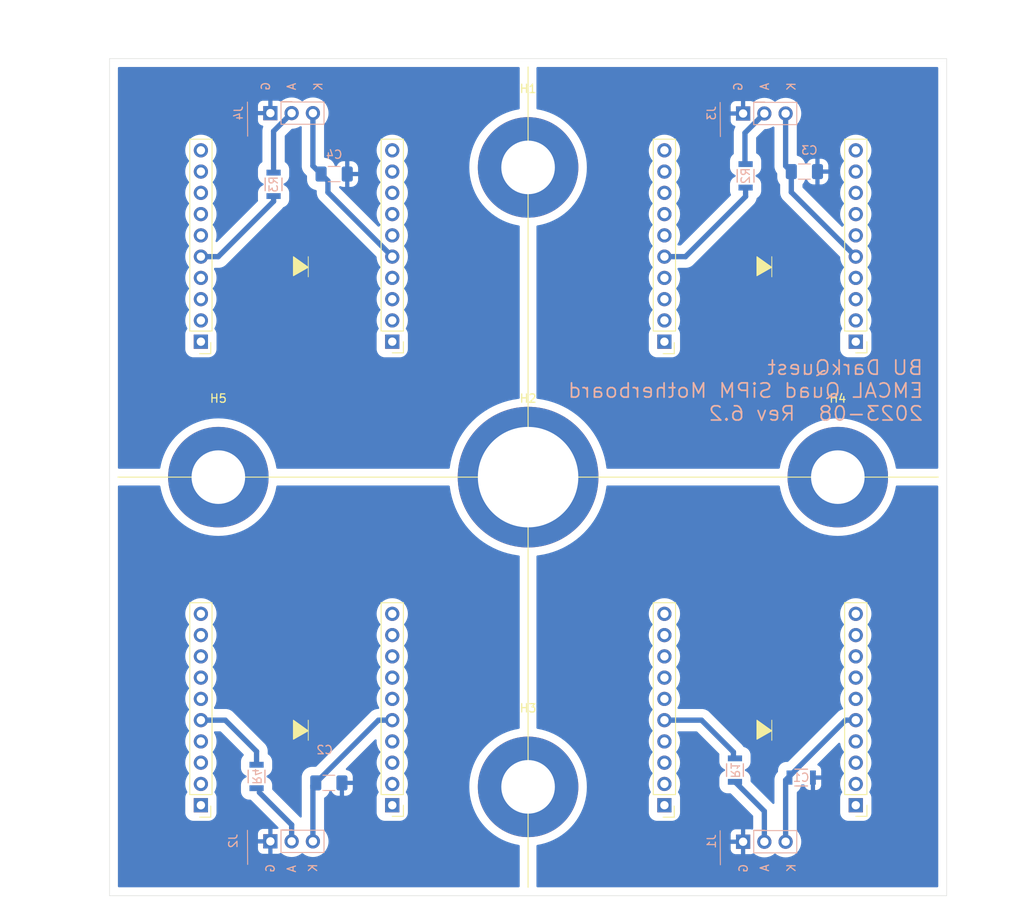
<source format=kicad_pcb>
(kicad_pcb (version 20221018) (generator pcbnew)
  (title_block (title "DarkQuest SiPM Motherboard") (rev "6.2") (comment 1 "Note: Rev 6.2 takes chip carrier and has resistor in series with anode"))
  (layers (0 "F.Cu" signal) (31 "B.Cu" signal) (34 "B.Paste" user) (35 "F.Paste" user) (36 "B.SilkS" user "B.Silkscreen") (37 "F.SilkS" user "F.Silkscreen") (38 "B.Mask" user) (39 "F.Mask" user) (44 "Edge.Cuts" user))
  (net 0 "")
  (net 1 "Net-(J1-Pin_1)")
  (net 2 "Net-(J2-Pin_1)")
  (net 3 "Net-(J3-Pin_1)")
  (net 4 "Net-(J4-Pin_1)")
  (net 5 "Net-(J2-Pin_2)")
  (net 6 "Net-(J3-Pin_2)")
  (net 7 "Net-(J4-Pin_2)")
  (net 8 "Net-(J1-Pin_2)")
  (net 9 "Net-(J1-Pin_3)")
  (net 10 "Net-(J2-Pin_3)")
  (net 47 "Net-(J3-Pin_3)")
  (net 48 "Net-(J4-Pin_3)")
  (net 53 "Net-(J5-Pin_5-Pad15)")
  (net 63 "Net-(J6-Pin_5-Pad15)")
  (net 73 "Net-(J7-Pin_5-Pad15)")
  (net 83 "Net-(J8-Pin_5-Pad15)")
  (footprint "quad_sipm:MountingHole_8.4mm_M8_Pad" (layer "F.Cu") (at 100 100)
    (fp_text reference "H2" (at 0 -9.4) (layer "F.SilkS"))
    (fp_text value "MountingHole")
    (pad "1" thru_hole circle (at 0 0) (size 16.8 16.8) (drill 12) (layers "*.Cu" "*.Mask"))
  )
  (footprint "quad_sipm:MountingHole_6.4_pad" (layer "F.Cu") (at 100 137)
    (fp_text reference "H3" (at 0 -9.4) (layer "F.SilkS"))
    (fp_text value "MountingHole")
    (pad "1" thru_hole circle (at 0 0) (size 12 12) (drill 6.4) (layers "*.Cu" "*.Mask"))
  )
  (footprint "quad_sipm:MountingHole_6.4_pad" (layer "F.Cu") (at 137 100)
    (fp_text reference "H4" (at 0 -9.4) (layer "F.SilkS"))
    (fp_text value "MountingHole")
    (pad "1" thru_hole circle (at 0 0) (size 12 12) (drill 6.4) (layers "*.Cu" "*.Mask"))
  )
  (footprint "quad_sipm:MountingHole_6.4_pad" (layer "F.Cu") (at 63 100)
    (fp_text reference "H5" (at 0 -9.4) (layer "F.SilkS"))
    (fp_text value "MountingHole")
    (pad "1" thru_hole circle (at 0 0) (size 12 12) (drill 6.4) (layers "*.Cu" "*.Mask"))
  )
  (footprint "quad_sipm:MountingHole_6.4_pad" (layer "F.Cu") (at 100 63)
    (fp_text reference "H1" (at 0 -9.4) (layer "F.SilkS"))
    (fp_text value "MountingHole")
    (pad "1" thru_hole circle (at 0 0) (size 12 12) (drill 6.4) (layers "*.Cu" "*.Mask"))
  )
  (footprint "Connector_PinHeader_2.54mm:chip_carrier_pin_header" (layer "F.Cu") (at 127.762 72.39 180)
    (fp_text reference "J7" hide)
    (fp_text value "SiPM chip pin header")
    (fp_line (start -12.714 -12.76) (end -11.384 -12.76) (stroke (width 0.12)) (layer "F.SilkS"))
    (fp_line (start -12.714 -11.43) (end -12.714 -12.76) (stroke (width 0.12)) (layer "F.SilkS"))
    (fp_line (start -12.714 -10.16) (end -12.714 12.76) (stroke (width 0.12)) (layer "F.SilkS"))
    (fp_line (start -12.714 -10.16) (end -10.054 -10.16) (stroke (width 0.12)) (layer "F.SilkS"))
    (fp_line (start -12.714 12.76) (end -10.054 12.76) (stroke (width 0.12)) (layer "F.SilkS"))
    (fp_line (start -10.054 -10.16) (end -10.054 12.76) (stroke (width 0.12)) (layer "F.SilkS"))
    (fp_line (start -1.351 -3.683) (end -1.351 -1.27) (stroke (width 0.1)) (layer "F.SilkS"))
    (fp_line (start 10.146 -10.16) (end 10.146 12.76) (stroke (width 0.12)) (layer "F.SilkS"))
    (fp_line (start 10.146 -10.16) (end 12.806 -10.16) (stroke (width 0.12)) (layer "F.SilkS"))
    (fp_line (start 10.146 12.76) (end 12.806 12.76) (stroke (width 0.12)) (layer "F.SilkS"))
    (fp_line (start 10.2984 -12.8616) (end 11.6284 -12.8616) (stroke (width 0.12)) (layer "F.SilkS"))
    (fp_line (start 10.2984 -11.5316) (end 10.2984 -12.8616) (stroke (width 0.12)) (layer "F.SilkS"))
    (fp_line (start 12.806 -10.16) (end 12.806 12.76) (stroke (width 0.12)) (layer "F.SilkS"))
    (fp_poly (pts (xy 0.427 -3.556) (xy -1.351 -2.54) (xy 0.427 -1.27) (xy 0.427 -3.556)) (stroke (width 0.1)) (fill solid) (layer "F.SilkS"))
    (pad "1" thru_hole rect (at -11.384 -11.43 180) (size 1.7 1.7) (drill 1) (layers "*.Cu" "*.Mask"))
    (pad "2" thru_hole oval (at -11.384 -8.89 180) (size 1.7 1.7) (drill 1) (layers "*.Cu" "*.Mask"))
    (pad "3" thru_hole oval (at -11.384 -6.35 180) (size 1.7 1.7) (drill 1) (layers "*.Cu" "*.Mask"))
    (pad "4" thru_hole oval (at -11.384 -3.81 180) (size 1.7 1.7) (drill 1) (layers "*.Cu" "*.Mask"))
    (pad "5" thru_hole oval (at -11.384 -1.27 180) (size 1.7 1.7) (drill 1) (layers "*.Cu" "*.Mask") (net 47 "Net-(J3-Pin_3)"))
    (pad "6" thru_hole oval (at -11.384 1.27 180) (size 1.7 1.7) (drill 1) (layers "*.Cu" "*.Mask"))
    (pad "7" thru_hole oval (at -11.384 3.81 180) (size 1.7 1.7) (drill 1) (layers "*.Cu" "*.Mask"))
    (pad "8" thru_hole oval (at -11.384 6.35 180) (size 1.7 1.7) (drill 1) (layers "*.Cu" "*.Mask"))
    (pad "9" thru_hole oval (at -11.384 8.89 180) (size 1.7 1.7) (drill 1) (layers "*.Cu" "*.Mask"))
    (pad "10" thru_hole oval (at -11.384 11.43 180) (size 1.7 1.7) (drill 1) (layers "*.Cu" "*.Mask"))
    (pad "11" thru_hole rect (at 11.476 -11.43 180) (size 1.7 1.7) (drill 1) (layers "*.Cu" "*.Mask"))
    (pad "12" thru_hole oval (at 11.476 -8.89 180) (size 1.7 1.7) (drill 1) (layers "*.Cu" "*.Mask"))
    (pad "13" thru_hole oval (at 11.476 -6.35 180) (size 1.7 1.7) (drill 1) (layers "*.Cu" "*.Mask"))
    (pad "14" thru_hole oval (at 11.476 -3.81 180) (size 1.7 1.7) (drill 1) (layers "*.Cu" "*.Mask"))
    (pad "15" thru_hole oval (at 11.476 -1.27 180) (size 1.7 1.7) (drill 1) (layers "*.Cu" "*.Mask") (net 73 "Net-(J7-Pin_5-Pad15)"))
    (pad "16" thru_hole oval (at 11.476 1.27 180) (size 1.7 1.7) (drill 1) (layers "*.Cu" "*.Mask"))
    (pad "17" thru_hole oval (at 11.476 3.81 180) (size 1.7 1.7) (drill 1) (layers "*.Cu" "*.Mask"))
    (pad "18" thru_hole oval (at 11.476 6.35 180) (size 1.7 1.7) (drill 1) (layers "*.Cu" "*.Mask"))
    (pad "19" thru_hole oval (at 11.476 8.89 180) (size 1.7 1.7) (drill 1) (layers "*.Cu" "*.Mask"))
    (pad "20" thru_hole oval (at 11.476 11.43 180) (size 1.7 1.7) (drill 1) (layers "*.Cu" "*.Mask"))
  )
  (footprint "Connector_PinHeader_2.54mm:chip_carrier_pin_header" (layer "F.Cu") (at 72.39 72.39 180)
    (fp_text reference "J8" hide)
    (fp_text value "SiPM chip pin header")
    (fp_line (start -12.714 -12.76) (end -11.384 -12.76) (stroke (width 0.12)) (layer "F.SilkS"))
    (fp_line (start -12.714 -11.43) (end -12.714 -12.76) (stroke (width 0.12)) (layer "F.SilkS"))
    (fp_line (start -12.714 -10.16) (end -12.714 12.76) (stroke (width 0.12)) (layer "F.SilkS"))
    (fp_line (start -12.714 -10.16) (end -10.054 -10.16) (stroke (width 0.12)) (layer "F.SilkS"))
    (fp_line (start -12.714 12.76) (end -10.054 12.76) (stroke (width 0.12)) (layer "F.SilkS"))
    (fp_line (start -10.054 -10.16) (end -10.054 12.76) (stroke (width 0.12)) (layer "F.SilkS"))
    (fp_line (start -1.351 -3.683) (end -1.351 -1.27) (stroke (width 0.1)) (layer "F.SilkS"))
    (fp_line (start 10.146 -10.16) (end 10.146 12.76) (stroke (width 0.12)) (layer "F.SilkS"))
    (fp_line (start 10.146 -10.16) (end 12.806 -10.16) (stroke (width 0.12)) (layer "F.SilkS"))
    (fp_line (start 10.146 12.76) (end 12.806 12.76) (stroke (width 0.12)) (layer "F.SilkS"))
    (fp_line (start 10.2984 -12.8616) (end 11.6284 -12.8616) (stroke (width 0.12)) (layer "F.SilkS"))
    (fp_line (start 10.2984 -11.5316) (end 10.2984 -12.8616) (stroke (width 0.12)) (layer "F.SilkS"))
    (fp_line (start 12.806 -10.16) (end 12.806 12.76) (stroke (width 0.12)) (layer "F.SilkS"))
    (fp_poly (pts (xy 0.427 -3.556) (xy -1.351 -2.54) (xy 0.427 -1.27) (xy 0.427 -3.556)) (stroke (width 0.1)) (fill solid) (layer "F.SilkS"))
    (pad "1" thru_hole rect (at -11.384 -11.43 180) (size 1.7 1.7) (drill 1) (layers "*.Cu" "*.Mask"))
    (pad "2" thru_hole oval (at -11.384 -8.89 180) (size 1.7 1.7) (drill 1) (layers "*.Cu" "*.Mask"))
    (pad "3" thru_hole oval (at -11.384 -6.35 180) (size 1.7 1.7) (drill 1) (layers "*.Cu" "*.Mask"))
    (pad "4" thru_hole oval (at -11.384 -3.81 180) (size 1.7 1.7) (drill 1) (layers "*.Cu" "*.Mask"))
    (pad "5" thru_hole oval (at -11.384 -1.27 180) (size 1.7 1.7) (drill 1) (layers "*.Cu" "*.Mask") (net 48 "Net-(J4-Pin_3)"))
    (pad "6" thru_hole oval (at -11.384 1.27 180) (size 1.7 1.7) (drill 1) (layers "*.Cu" "*.Mask"))
    (pad "7" thru_hole oval (at -11.384 3.81 180) (size 1.7 1.7) (drill 1) (layers "*.Cu" "*.Mask"))
    (pad "8" thru_hole oval (at -11.384 6.35 180) (size 1.7 1.7) (drill 1) (layers "*.Cu" "*.Mask"))
    (pad "9" thru_hole oval (at -11.384 8.89 180) (size 1.7 1.7) (drill 1) (layers "*.Cu" "*.Mask"))
    (pad "10" thru_hole oval (at -11.384 11.43 180) (size 1.7 1.7) (drill 1) (layers "*.Cu" "*.Mask"))
    (pad "11" thru_hole rect (at 11.476 -11.43 180) (size 1.7 1.7) (drill 1) (layers "*.Cu" "*.Mask"))
    (pad "12" thru_hole oval (at 11.476 -8.89 180) (size 1.7 1.7) (drill 1) (layers "*.Cu" "*.Mask"))
    (pad "13" thru_hole oval (at 11.476 -6.35 180) (size 1.7 1.7) (drill 1) (layers "*.Cu" "*.Mask"))
    (pad "14" thru_hole oval (at 11.476 -3.81 180) (size 1.7 1.7) (drill 1) (layers "*.Cu" "*.Mask"))
    (pad "15" thru_hole oval (at 11.476 -1.27 180) (size 1.7 1.7) (drill 1) (layers "*.Cu" "*.Mask") (net 83 "Net-(J8-Pin_5-Pad15)"))
    (pad "16" thru_hole oval (at 11.476 1.27 180) (size 1.7 1.7) (drill 1) (layers "*.Cu" "*.Mask"))
    (pad "17" thru_hole oval (at 11.476 3.81 180) (size 1.7 1.7) (drill 1) (layers "*.Cu" "*.Mask"))
    (pad "18" thru_hole oval (at 11.476 6.35 180) (size 1.7 1.7) (drill 1) (layers "*.Cu" "*.Mask"))
    (pad "19" thru_hole oval (at 11.476 8.89 180) (size 1.7 1.7) (drill 1) (layers "*.Cu" "*.Mask"))
    (pad "20" thru_hole oval (at 11.476 11.43 180) (size 1.7 1.7) (drill 1) (layers "*.Cu" "*.Mask"))
  )
  (footprint "Connector_PinHeader_2.54mm:chip_carrier_pin_header" (layer "F.Cu") (at 72.39 127.762 180)
    (fp_text reference "J6" hide)
    (fp_text value "SiPM chip pin header")
    (fp_line (start -12.714 -12.76) (end -11.384 -12.76) (stroke (width 0.12)) (layer "F.SilkS"))
    (fp_line (start -12.714 -11.43) (end -12.714 -12.76) (stroke (width 0.12)) (layer "F.SilkS"))
    (fp_line (start -12.714 -10.16) (end -12.714 12.76) (stroke (width 0.12)) (layer "F.SilkS"))
    (fp_line (start -12.714 -10.16) (end -10.054 -10.16) (stroke (width 0.12)) (layer "F.SilkS"))
    (fp_line (start -12.714 12.76) (end -10.054 12.76) (stroke (width 0.12)) (layer "F.SilkS"))
    (fp_line (start -10.054 -10.16) (end -10.054 12.76) (stroke (width 0.12)) (layer "F.SilkS"))
    (fp_line (start -1.351 -3.683) (end -1.351 -1.27) (stroke (width 0.1)) (layer "F.SilkS"))
    (fp_line (start 10.146 -10.16) (end 10.146 12.76) (stroke (width 0.12)) (layer "F.SilkS"))
    (fp_line (start 10.146 -10.16) (end 12.806 -10.16) (stroke (width 0.12)) (layer "F.SilkS"))
    (fp_line (start 10.146 12.76) (end 12.806 12.76) (stroke (width 0.12)) (layer "F.SilkS"))
    (fp_line (start 10.2984 -12.8616) (end 11.6284 -12.8616) (stroke (width 0.12)) (layer "F.SilkS"))
    (fp_line (start 10.2984 -11.5316) (end 10.2984 -12.8616) (stroke (width 0.12)) (layer "F.SilkS"))
    (fp_line (start 12.806 -10.16) (end 12.806 12.76) (stroke (width 0.12)) (layer "F.SilkS"))
    (fp_poly (pts (xy 0.427 -3.556) (xy -1.351 -2.54) (xy 0.427 -1.27) (xy 0.427 -3.556)) (stroke (width 0.1)) (fill solid) (layer "F.SilkS"))
    (pad "1" thru_hole rect (at -11.384 -11.43 180) (size 1.7 1.7) (drill 1) (layers "*.Cu" "*.Mask"))
    (pad "2" thru_hole oval (at -11.384 -8.89 180) (size 1.7 1.7) (drill 1) (layers "*.Cu" "*.Mask"))
    (pad "3" thru_hole oval (at -11.384 -6.35 180) (size 1.7 1.7) (drill 1) (layers "*.Cu" "*.Mask"))
    (pad "4" thru_hole oval (at -11.384 -3.81 180) (size 1.7 1.7) (drill 1) (layers "*.Cu" "*.Mask"))
    (pad "5" thru_hole oval (at -11.384 -1.27 180) (size 1.7 1.7) (drill 1) (layers "*.Cu" "*.Mask") (net 10 "Net-(J2-Pin_3)"))
    (pad "6" thru_hole oval (at -11.384 1.27 180) (size 1.7 1.7) (drill 1) (layers "*.Cu" "*.Mask"))
    (pad "7" thru_hole oval (at -11.384 3.81 180) (size 1.7 1.7) (drill 1) (layers "*.Cu" "*.Mask"))
    (pad "8" thru_hole oval (at -11.384 6.35 180) (size 1.7 1.7) (drill 1) (layers "*.Cu" "*.Mask"))
    (pad "9" thru_hole oval (at -11.384 8.89 180) (size 1.7 1.7) (drill 1) (layers "*.Cu" "*.Mask"))
    (pad "10" thru_hole oval (at -11.384 11.43 180) (size 1.7 1.7) (drill 1) (layers "*.Cu" "*.Mask"))
    (pad "11" thru_hole rect (at 11.476 -11.43 180) (size 1.7 1.7) (drill 1) (layers "*.Cu" "*.Mask"))
    (pad "12" thru_hole oval (at 11.476 -8.89 180) (size 1.7 1.7) (drill 1) (layers "*.Cu" "*.Mask"))
    (pad "13" thru_hole oval (at 11.476 -6.35 180) (size 1.7 1.7) (drill 1) (layers "*.Cu" "*.Mask"))
    (pad "14" thru_hole oval (at 11.476 -3.81 180) (size 1.7 1.7) (drill 1) (layers "*.Cu" "*.Mask"))
    (pad "15" thru_hole oval (at 11.476 -1.27 180) (size 1.7 1.7) (drill 1) (layers "*.Cu" "*.Mask") (net 63 "Net-(J6-Pin_5-Pad15)"))
    (pad "16" thru_hole oval (at 11.476 1.27 180) (size 1.7 1.7) (drill 1) (layers "*.Cu" "*.Mask"))
    (pad "17" thru_hole oval (at 11.476 3.81 180) (size 1.7 1.7) (drill 1) (layers "*.Cu" "*.Mask"))
    (pad "18" thru_hole oval (at 11.476 6.35 180) (size 1.7 1.7) (drill 1) (layers "*.Cu" "*.Mask"))
    (pad "19" thru_hole oval (at 11.476 8.89 180) (size 1.7 1.7) (drill 1) (layers "*.Cu" "*.Mask"))
    (pad "20" thru_hole oval (at 11.476 11.43 180) (size 1.7 1.7) (drill 1) (layers "*.Cu" "*.Mask"))
  )
  (footprint "Connector_PinHeader_2.54mm:chip_carrier_pin_header" (layer "F.Cu") (at 127.762 127.762 180)
    (fp_text reference "J5" hide)
    (fp_text value "SiPM chip pin header")
    (fp_line (start -12.714 -12.76) (end -11.384 -12.76) (stroke (width 0.12)) (layer "F.SilkS"))
    (fp_line (start -12.714 -11.43) (end -12.714 -12.76) (stroke (width 0.12)) (layer "F.SilkS"))
    (fp_line (start -12.714 -10.16) (end -12.714 12.76) (stroke (width 0.12)) (layer "F.SilkS"))
    (fp_line (start -12.714 -10.16) (end -10.054 -10.16) (stroke (width 0.12)) (layer "F.SilkS"))
    (fp_line (start -12.714 12.76) (end -10.054 12.76) (stroke (width 0.12)) (layer "F.SilkS"))
    (fp_line (start -10.054 -10.16) (end -10.054 12.76) (stroke (width 0.12)) (layer "F.SilkS"))
    (fp_line (start -1.351 -3.683) (end -1.351 -1.27) (stroke (width 0.1)) (layer "F.SilkS"))
    (fp_line (start 10.146 -10.16) (end 10.146 12.76) (stroke (width 0.12)) (layer "F.SilkS"))
    (fp_line (start 10.146 -10.16) (end 12.806 -10.16) (stroke (width 0.12)) (layer "F.SilkS"))
    (fp_line (start 10.146 12.76) (end 12.806 12.76) (stroke (width 0.12)) (layer "F.SilkS"))
    (fp_line (start 10.2984 -12.8616) (end 11.6284 -12.8616) (stroke (width 0.12)) (layer "F.SilkS"))
    (fp_line (start 10.2984 -11.5316) (end 10.2984 -12.8616) (stroke (width 0.12)) (layer "F.SilkS"))
    (fp_line (start 12.806 -10.16) (end 12.806 12.76) (stroke (width 0.12)) (layer "F.SilkS"))
    (fp_poly (pts (xy 0.427 -3.556) (xy -1.351 -2.54) (xy 0.427 -1.27) (xy 0.427 -3.556)) (stroke (width 0.1)) (fill solid) (layer "F.SilkS"))
    (pad "1" thru_hole rect (at -11.384 -11.43 180) (size 1.7 1.7) (drill 1) (layers "*.Cu" "*.Mask"))
    (pad "2" thru_hole oval (at -11.384 -8.89 180) (size 1.7 1.7) (drill 1) (layers "*.Cu" "*.Mask"))
    (pad "3" thru_hole oval (at -11.384 -6.35 180) (size 1.7 1.7) (drill 1) (layers "*.Cu" "*.Mask"))
    (pad "4" thru_hole oval (at -11.384 -3.81 180) (size 1.7 1.7) (drill 1) (layers "*.Cu" "*.Mask"))
    (pad "5" thru_hole oval (at -11.384 -1.27 180) (size 1.7 1.7) (drill 1) (layers "*.Cu" "*.Mask") (net 9 "Net-(J1-Pin_3)"))
    (pad "6" thru_hole oval (at -11.384 1.27 180) (size 1.7 1.7) (drill 1) (layers "*.Cu" "*.Mask"))
    (pad "7" thru_hole oval (at -11.384 3.81 180) (size 1.7 1.7) (drill 1) (layers "*.Cu" "*.Mask"))
    (pad "8" thru_hole oval (at -11.384 6.35 180) (size 1.7 1.7) (drill 1) (layers "*.Cu" "*.Mask"))
    (pad "9" thru_hole oval (at -11.384 8.89 180) (size 1.7 1.7) (drill 1) (layers "*.Cu" "*.Mask"))
    (pad "10" thru_hole oval (at -11.384 11.43 180) (size 1.7 1.7) (drill 1) (layers "*.Cu" "*.Mask"))
    (pad "11" thru_hole rect (at 11.476 -11.43 180) (size 1.7 1.7) (drill 1) (layers "*.Cu" "*.Mask"))
    (pad "12" thru_hole oval (at 11.476 -8.89 180) (size 1.7 1.7) (drill 1) (layers "*.Cu" "*.Mask"))
    (pad "13" thru_hole oval (at 11.476 -6.35 180) (size 1.7 1.7) (drill 1) (layers "*.Cu" "*.Mask"))
    (pad "14" thru_hole oval (at 11.476 -3.81 180) (size 1.7 1.7) (drill 1) (layers "*.Cu" "*.Mask"))
    (pad "15" thru_hole oval (at 11.476 -1.27 180) (size 1.7 1.7) (drill 1) (layers "*.Cu" "*.Mask") (net 53 "Net-(J5-Pin_5-Pad15)"))
    (pad "16" thru_hole oval (at 11.476 1.27 180) (size 1.7 1.7) (drill 1) (layers "*.Cu" "*.Mask"))
    (pad "17" thru_hole oval (at 11.476 3.81 180) (size 1.7 1.7) (drill 1) (layers "*.Cu" "*.Mask"))
    (pad "18" thru_hole oval (at 11.476 6.35 180) (size 1.7 1.7) (drill 1) (layers "*.Cu" "*.Mask"))
    (pad "19" thru_hole oval (at 11.476 8.89 180) (size 1.7 1.7) (drill 1) (layers "*.Cu" "*.Mask"))
    (pad "20" thru_hole oval (at 11.476 11.43 180) (size 1.7 1.7) (drill 1) (layers "*.Cu" "*.Mask"))
  )
  (footprint "Connector_PinHeader_2.54mm:PinHeader_1x03_P2.54mm_Vertical" (layer "B.Cu") (at 128.27 143.51 -90)
    (fp_text reference "J1" (at 0 6.35 90) (layer "B.SilkS") (effects (justify mirror)))
    (fp_text value "8-102202-4")
    (fp_line (start -1.33 0) (end -1.33 1.33) (stroke (width 0.12)) (layer "B.SilkS"))
    (fp_line (start -1.285 -3.825) (end 1.375 -3.825) (stroke (width 0.12)) (layer "B.SilkS"))
    (fp_line (start -1.285 1.315) (end -1.285 -3.825) (stroke (width 0.12)) (layer "B.SilkS"))
    (fp_line (start -1.285 1.315) (end 1.375 1.315) (stroke (width 0.12)) (layer "B.SilkS"))
    (fp_line (start -1.275 5.325) (end 2.8 5.3) (stroke (width 0.12)) (layer "B.SilkS"))
    (fp_line (start 1.375 1.315) (end 1.375 -3.825) (stroke (width 0.12)) (layer "B.SilkS"))
    (pad "1" thru_hole rect (at 0.045 2.585 270) (size 1.7 1.7) (drill 1) (layers "*.Cu" "*.Mask") (net 1 "Net-(J1-Pin_1)"))
    (pad "2" thru_hole oval (at 0.045 0.045 270) (size 1.7 1.7) (drill 1) (layers "*.Cu" "*.Mask") (net 8 "Net-(J1-Pin_2)"))
    (pad "3" thru_hole oval (at 0.045 -2.495 270) (size 1.7 1.7) (drill 1) (layers "*.Cu" "*.Mask") (net 9 "Net-(J1-Pin_3)"))
  )
  (footprint "Capacitor_SMD:C_1206_3216Metric_Pad1.33x1.80mm_HandSolder" (layer "B.Cu") (at 76.835 63.7925 180)
    (fp_text reference "C4" (at 0 2.3245) (layer "B.SilkS") (effects (justify mirror)))
    (fp_text value "10nF 100V")
    (fp_line (start -0.711252 -0.91) (end 0.711252 -0.91) (stroke (width 0.12)) (layer "B.SilkS"))
    (fp_line (start -0.711252 0.91) (end 0.711252 0.91) (stroke (width 0.12)) (layer "B.SilkS"))
    (pad "1" smd roundrect (at -1.5625 0 180) (size 1.325 1.8) (layers "B.Cu" "B.Paste" "B.Mask") (roundrect_rratio 0.1886792453) (net 4 "Net-(J4-Pin_1)"))
    (pad "2" smd roundrect (at 1.5625 0 180) (size 1.325 1.8) (layers "B.Cu" "B.Paste" "B.Mask") (roundrect_rratio 0.1886792453) (net 48 "Net-(J4-Pin_3)"))
  )
  (footprint "Connector_PinHeader_2.54mm:PinHeader_1x03_P2.54mm_Vertical" (layer "B.Cu") (at 128.27 56.515 -90)
    (fp_text reference "J3" (at 0 6.35 90) (layer "B.SilkS") (effects (justify mirror)))
    (fp_text value "8-102202-4")
    (fp_line (start -1.33 0) (end -1.33 1.33) (stroke (width 0.12)) (layer "B.SilkS"))
    (fp_line (start -1.285 -3.825) (end 1.375 -3.825) (stroke (width 0.12)) (layer "B.SilkS"))
    (fp_line (start -1.285 1.315) (end -1.285 -3.825) (stroke (width 0.12)) (layer "B.SilkS"))
    (fp_line (start -1.285 1.315) (end 1.375 1.315) (stroke (width 0.12)) (layer "B.SilkS"))
    (fp_line (start -1.275 5.325) (end 2.8 5.3) (stroke (width 0.12)) (layer "B.SilkS"))
    (fp_line (start 1.375 1.315) (end 1.375 -3.825) (stroke (width 0.12)) (layer "B.SilkS"))
    (pad "1" thru_hole rect (at 0.045 2.585 270) (size 1.7 1.7) (drill 1) (layers "*.Cu" "*.Mask") (net 3 "Net-(J3-Pin_1)"))
    (pad "2" thru_hole oval (at 0.045 0.045 270) (size 1.7 1.7) (drill 1) (layers "*.Cu" "*.Mask") (net 6 "Net-(J3-Pin_2)"))
    (pad "3" thru_hole oval (at 0.045 -2.495 270) (size 1.7 1.7) (drill 1) (layers "*.Cu" "*.Mask") (net 47 "Net-(J3-Pin_3)"))
  )
  (footprint "Connector_PinHeader_2.54mm:PinHeader_1x03_P2.54mm_Vertical" (layer "B.Cu") (at 71.8 56.47 -90)
    (fp_text reference "J4" (at 0.045 6.395 90) (layer "B.SilkS") (effects (justify mirror)))
    (fp_text value "8-102202-4")
    (fp_line (start -1.33 0) (end -1.33 1.33) (stroke (width 0.12)) (layer "B.SilkS"))
    (fp_line (start -1.285 -3.825) (end 1.375 -3.825) (stroke (width 0.12)) (layer "B.SilkS"))
    (fp_line (start -1.285 1.315) (end -1.285 -3.825) (stroke (width 0.12)) (layer "B.SilkS"))
    (fp_line (start -1.285 1.315) (end 1.375 1.315) (stroke (width 0.12)) (layer "B.SilkS"))
    (fp_line (start -1.275 5.325) (end 2.8 5.3) (stroke (width 0.12)) (layer "B.SilkS"))
    (fp_line (start 1.375 1.315) (end 1.375 -3.825) (stroke (width 0.12)) (layer "B.SilkS"))
    (pad "1" thru_hole rect (at 0.045 2.585 270) (size 1.7 1.7) (drill 1) (layers "*.Cu" "*.Mask") (net 4 "Net-(J4-Pin_1)"))
    (pad "2" thru_hole oval (at 0.045 0.045 270) (size 1.7 1.7) (drill 1) (layers "*.Cu" "*.Mask") (net 7 "Net-(J4-Pin_2)"))
    (pad "3" thru_hole oval (at 0.045 -2.495 270) (size 1.7 1.7) (drill 1) (layers "*.Cu" "*.Mask") (net 48 "Net-(J4-Pin_3)"))
  )
  (footprint "Capacitor_SMD:C_1206_3216Metric_Pad1.33x1.80mm_HandSolder" (layer "B.Cu") (at 133.0075 63.5 180)
    (fp_text reference "C3" (at -0.5965 2.54) (layer "B.SilkS") (effects (justify mirror)))
    (fp_text value "10nF 100V")
    (fp_line (start -0.711252 -0.91) (end 0.711252 -0.91) (stroke (width 0.12)) (layer "B.SilkS"))
    (fp_line (start -0.711252 0.91) (end 0.711252 0.91) (stroke (width 0.12)) (layer "B.SilkS"))
    (pad "1" smd roundrect (at -1.5625 0 180) (size 1.325 1.8) (layers "B.Cu" "B.Paste" "B.Mask") (roundrect_rratio 0.1886792453) (net 3 "Net-(J3-Pin_1)"))
    (pad "2" smd roundrect (at 1.5625 0 180) (size 1.325 1.8) (layers "B.Cu" "B.Paste" "B.Mask") (roundrect_rratio 0.1886792453) (net 47 "Net-(J3-Pin_3)"))
  )
  (footprint "Connector_PinHeader_2.54mm:PinHeader_1x03_P2.54mm_Vertical" (layer "B.Cu") (at 71.8 143.465 -90)
    (fp_text reference "J2" (at 0 7.03 -90) (layer "B.SilkS") (effects (justify mirror)))
    (fp_text value "8-102202-4")
    (fp_line (start -1.33 0) (end -1.33 1.33) (stroke (width 0.12)) (layer "B.SilkS"))
    (fp_line (start -1.285 -3.825) (end 1.375 -3.825) (stroke (width 0.12)) (layer "B.SilkS"))
    (fp_line (start -1.285 1.315) (end -1.285 -3.825) (stroke (width 0.12)) (layer "B.SilkS"))
    (fp_line (start -1.285 1.315) (end 1.375 1.315) (stroke (width 0.12)) (layer "B.SilkS"))
    (fp_line (start -1.275 5.325) (end 2.8 5.3) (stroke (width 0.12)) (layer "B.SilkS"))
    (fp_line (start 1.375 1.315) (end 1.375 -3.825) (stroke (width 0.12)) (layer "B.SilkS"))
    (pad "1" thru_hole rect (at 0.045 2.585 270) (size 1.7 1.7) (drill 1) (layers "*.Cu" "*.Mask") (net 2 "Net-(J2-Pin_1)"))
    (pad "2" thru_hole oval (at 0.045 0.045 270) (size 1.7 1.7) (drill 1) (layers "*.Cu" "*.Mask") (net 5 "Net-(J2-Pin_2)"))
    (pad "3" thru_hole oval (at 0.045 -2.495 270) (size 1.7 1.7) (drill 1) (layers "*.Cu" "*.Mask") (net 10 "Net-(J2-Pin_3)"))
  )
  (footprint "Resistor_SMD:1206_VIS-L" (layer "B.Cu") (at 132.6265 135.89 180)
    (fp_text reference "C1" (at 0 0 unlocked) (layer "B.SilkS") (effects (justify mirror)))
    (fp_text value "10nF 100V")
    (fp_line (start -0.754213 -1.002) (end 0.754213 -1.002) (stroke (width 0.1524)) (layer "B.SilkS"))
    (fp_line (start 0.754213 1.002) (end -0.754213 1.002) (stroke (width 0.1524)) (layer "B.SilkS"))
    (pad "1" smd rect (at -1.4008 0 180) (size 0.7016 1.6992) (layers "B.Cu" "B.Paste" "B.Mask") (net 1 "Net-(J1-Pin_1)"))
    (pad "2" smd rect (at 1.4008 0 180) (size 0.7016 1.6992) (layers "B.Cu" "B.Paste" "B.Mask") (net 9 "Net-(J1-Pin_3)"))
    (zone (net 0) (net_name "") (layer "B.Cu") (connect_pads (clearance 0)) (min_thickness 0.254)
      (keepout (tracks not_allowed) (vias not_allowed) (pads allowed) (copperpour not_allowed) (footprints allowed))
      (fill (thermal_gap 0.508) (thermal_bridge_width 0.508))
      (polygon (pts (xy 133.6257 135.0658) (xy 131.6273 135.0658) (xy 131.6273 136.7142) (xy 133.6257 136.7142)))
    )
  )
  (footprint "Capacitor_SMD:C_1206_3216Metric_Pad1.33x1.80mm_HandSolder" (layer "B.Cu") (at 76.2 136.525 180)
    (fp_text reference "C2" (at 0.508 3.937) (layer "B.SilkS") (effects (justify mirror)))
    (fp_text value "10nF 100V")
    (fp_line (start -0.711252 -0.91) (end 0.711252 -0.91) (stroke (width 0.12)) (layer "B.SilkS"))
    (fp_line (start -0.711252 0.91) (end 0.711252 0.91) (stroke (width 0.12)) (layer "B.SilkS"))
    (pad "1" smd roundrect (at -1.5625 0 180) (size 1.325 1.8) (layers "B.Cu" "B.Paste" "B.Mask") (roundrect_rratio 0.1886792453) (net 2 "Net-(J2-Pin_1)"))
    (pad "2" smd roundrect (at 1.5625 0 180) (size 1.325 1.8) (layers "B.Cu" "B.Paste" "B.Mask") (roundrect_rratio 0.1886792453) (net 10 "Net-(J2-Pin_3)"))
  )
  (footprint "Resistor_SMD:1206_VIS-L" (layer "B.Cu") (at 67.564 135.7592 90)
    (fp_text reference "R4" (at 0 0 270 unlocked) (layer "B.SilkS") (effects (justify mirror)))
    (fp_text value "R_US")
    (fp_line (start -0.754213 -1.002) (end 0.754213 -1.002) (stroke (width 0.1524)) (layer "B.SilkS"))
    (fp_line (start 0.754213 1.002) (end -0.754213 1.002) (stroke (width 0.1524)) (layer "B.SilkS"))
    (pad "1" smd rect (at -1.4008 0 90) (size 0.7016 1.6992) (layers "B.Cu" "B.Paste" "B.Mask") (net 5 "Net-(J2-Pin_2)"))
    (pad "2" smd rect (at 1.4008 0 90) (size 0.7016 1.6992) (layers "B.Cu" "B.Paste" "B.Mask") (net 63 "Net-(J6-Pin_5-Pad15)"))
    (zone (net 0) (net_name "") (layer "B.Cu") (connect_pads (clearance 0)) (min_thickness 0.254)
      (keepout (tracks not_allowed) (vias not_allowed) (pads allowed) (copperpour not_allowed) (footprints allowed))
      (fill (thermal_gap 0.508) (thermal_bridge_width 0.508))
      (polygon (pts (xy 68.3882 136.7584) (xy 68.3882 134.76) (xy 66.7398 134.76) (xy 66.7398 136.7584)))
    )
  )
  (footprint "Resistor_SMD:1206_VIS-L" (layer "B.Cu") (at 124.714 134.9972 90)
    (fp_text reference "R1" (at 0 0 270 unlocked) (layer "B.SilkS") (effects (justify mirror)))
    (fp_text value "R_US")
    (fp_line (start -0.754213 -1.002) (end 0.754213 -1.002) (stroke (width 0.1524)) (layer "B.SilkS"))
    (fp_line (start 0.754213 1.002) (end -0.754213 1.002) (stroke (width 0.1524)) (layer "B.SilkS"))
    (pad "1" smd rect (at -1.4008 0 90) (size 0.7016 1.6992) (layers "B.Cu" "B.Paste" "B.Mask") (net 8 "Net-(J1-Pin_2)"))
    (pad "2" smd rect (at 1.4008 0 90) (size 0.7016 1.6992) (layers "B.Cu" "B.Paste" "B.Mask") (net 53 "Net-(J5-Pin_5-Pad15)"))
    (zone (net 0) (net_name "") (layer "B.Cu") (connect_pads (clearance 0)) (min_thickness 0.254)
      (keepout (tracks not_allowed) (vias not_allowed) (pads allowed) (copperpour not_allowed) (footprints allowed))
      (fill (thermal_gap 0.508) (thermal_bridge_width 0.508))
      (polygon (pts (xy 125.5382 135.9964) (xy 125.5382 133.998) (xy 123.8898 133.998) (xy 123.8898 135.9964)))
    )
  )
  (footprint "Resistor_SMD:1206_VIS-L" (layer "B.Cu") (at 125.984 64.008 -90)
    (fp_text reference "R2" (at 0 0 90 unlocked) (layer "B.SilkS") (effects (justify mirror)))
    (fp_text value "R_US")
    (fp_line (start -0.754213 -1.002) (end 0.754213 -1.002) (stroke (width 0.1524)) (layer "B.SilkS"))
    (fp_line (start 0.754213 1.002) (end -0.754213 1.002) (stroke (width 0.1524)) (layer "B.SilkS"))
    (pad "1" smd rect (at -1.4008 0 270) (size 0.7016 1.6992) (layers "B.Cu" "B.Paste" "B.Mask") (net 6 "Net-(J3-Pin_2)"))
    (pad "2" smd rect (at 1.4008 0 270) (size 0.7016 1.6992) (layers "B.Cu" "B.Paste" "B.Mask") (net 73 "Net-(J7-Pin_5-Pad15)"))
    (zone (net 0) (net_name "") (layer "B.Cu") (connect_pads (clearance 0)) (min_thickness 0.254)
      (keepout (tracks not_allowed) (vias not_allowed) (pads allowed) (copperpour not_allowed) (footprints allowed))
      (fill (thermal_gap 0.508) (thermal_bridge_width 0.508))
      (polygon (pts (xy 125.1598 63.0088) (xy 125.1598 65.0072) (xy 126.8082 65.0072) (xy 126.8082 63.0088)))
    )
  )
  (footprint "Resistor_SMD:1206_VIS-L" (layer "B.Cu") (at 69.596 65.024 -90)
    (fp_text reference "R3" (at 0 0 90 unlocked) (layer "B.SilkS") (effects (justify mirror)))
    (fp_text value "R_US")
    (fp_line (start -0.754213 -1.002) (end 0.754213 -1.002) (stroke (width 0.1524)) (layer "B.SilkS"))
    (fp_line (start 0.754213 1.002) (end -0.754213 1.002) (stroke (width 0.1524)) (layer "B.SilkS"))
    (pad "1" smd rect (at -1.4008 0 270) (size 0.7016 1.6992) (layers "B.Cu" "B.Paste" "B.Mask") (net 7 "Net-(J4-Pin_2)"))
    (pad "2" smd rect (at 1.4008 0 270) (size 0.7016 1.6992) (layers "B.Cu" "B.Paste" "B.Mask") (net 83 "Net-(J8-Pin_5-Pad15)"))
    (zone (net 0) (net_name "") (layer "B.Cu") (connect_pads (clearance 0)) (min_thickness 0.254)
      (keepout (tracks not_allowed) (vias not_allowed) (pads allowed) (copperpour not_allowed) (footprints allowed))
      (fill (thermal_gap 0.508) (thermal_bridge_width 0.508))
      (polygon (pts (xy 68.7718 64.0248) (xy 68.7718 66.0232) (xy 70.4202 66.0232) (xy 70.4202 64.0248)))
    )
  )
  (gr_line (start 51 100) (end 149 100) (stroke (width 0.12)) (layer "F.SilkS"))
  (gr_line (start 100 51) (end 100 149) (stroke (width 0.12)) (layer "F.SilkS"))
  (gr_line (start 50 150) (end 50 50) (stroke (width 0.05)) (layer "Edge.Cuts"))
  (gr_line (start 150 150) (end 50 150) (stroke (width 0.05)) (layer "Edge.Cuts"))
  (gr_line (start 50 50) (end 150 50) (stroke (width 0.05)) (layer "Edge.Cuts"))
  (gr_line (start 150 50) (end 150 150) (stroke (width 0.05)) (layer "Edge.Cuts"))
  (gr_text "G" (at 125.095 53.34 90) (layer "B.SilkS") (effects (font (size 1 1)) (justify mirror)))
  (gr_text "K" (at 131.445 53.34 90) (layer "B.SilkS") (effects (font (size 1 1)) (justify mirror)))
  (gr_text "A" (at 128.27 53.34 90) (layer "B.SilkS") (effects (font (size 1 1)) (justify mirror)))
  (gr_text "G" (at 69.215 147.32 90) (layer "B.SilkS") (effects (font (size 1 1)) (justify right mirror)))
  (gr_text "A" (at 71.755 147.32 90) (layer "B.SilkS") (effects (font (size 1 1)) (justify right mirror)))
  (gr_text "K" (at 74.93 53.34 90) (layer "B.SilkS") (effects (font (size 1 1)) (justify mirror)))
  (gr_text "A" (at 71.755 53.34 90) (layer "B.SilkS") (effects (font (size 1 1)) (justify mirror)))
  (gr_text "K" (at 74.295 146.685 90) (layer "B.SilkS") (effects (font (size 1 1)) (justify mirror)))
  (gr_text "A" (at 128.27 146.685 90) (layer "B.SilkS") (effects (font (size 1 1)) (justify mirror)))
  (gr_text "G" (at 125.73 147.32 90) (layer "B.SilkS") (effects (font (size 1 1)) (justify right mirror)))
  (gr_text "K" (at 131.445 146.685 90) (layer "B.SilkS") (effects (font (size 1 1)) (justify mirror)))
  (gr_text "BU DarkQuest\nEMCAL Quad SiPM Motherboard\n2023-08  Rev 6.2" (at 147.32 89.662) (layer "B.SilkS") (effects (font (size 1.7 1.8) (thickness 0.2032)) (justify left mirror)))
  (gr_text "G" (at 68.66 52.705 90) (layer "B.SilkS") (effects (font (size 1 1)) (justify left mirror)))
  (segment (start 71.755 141.5288) (end 67.8942 137.668) (width 0.635) (layer "B.Cu") (net 5))
  (segment (start 71.755 143.51) (end 71.755 141.5288) (width 0.635) (layer "B.Cu") (net 5))
  (segment (start 125.9078 58.8772) (end 125.9078 62.531) (width 0.635) (layer "B.Cu") (net 6))
  (segment (start 125.9078 62.531) (end 125.984 62.6072) (width 0.635) (layer "B.Cu") (net 6))
  (segment (start 128.225 56.56) (end 125.9078 58.8772) (width 0.635) (layer "B.Cu") (net 6))
  (segment (start 69.596 58.674) (end 71.755 56.515) (width 0.635) (layer "B.Cu") (net 7))
  (segment (start 69.596 63.6232) (end 69.596 58.674) (width 0.635) (layer "B.Cu") (net 7))
  (segment (start 128.225 139.909) (end 124.714 136.398) (width 0.635) (layer "B.Cu") (net 8))
  (segment (start 128.225 143.555) (end 128.225 139.909) (width 0.635) (layer "B.Cu") (net 8))
  (segment (start 139.146 129.032) (end 137.922 129.032) (width 0.635) (layer "B.Cu") (net 9))
  (segment (start 137.922 129.032) (end 131.064 135.89) (width 0.635) (layer "B.Cu") (net 9))
  (segment (start 130.765 136.189) (end 131.064 135.89) (width 0.635) (layer "B.Cu") (net 9))
  (segment (start 130.765 143.555) (end 130.765 136.189) (width 0.635) (layer "B.Cu") (net 9))
  (segment (start 74.295 136.8675) (end 74.295 143.51) (width 0.635) (layer "B.Cu") (net 10))
  (segment (start 83.774 129.032) (end 82.1305 129.032) (width 0.635) (layer "B.Cu") (net 10))
  (segment (start 74.6375 136.525) (end 74.295 136.8675) (width 0.635) (layer "B.Cu") (net 10))
  (segment (start 82.1305 129.032) (end 74.6375 136.525) (width 0.635) (layer "B.Cu") (net 10))
  (segment (start 130.765 62.82) (end 131.445 63.5) (width 0.635) (layer "B.Cu") (net 47))
  (segment (start 130.765 56.56) (end 130.765 62.82) (width 0.635) (layer "B.Cu") (net 47))
  (segment (start 131.445 65.959) (end 131.445 63.5) (width 0.635) (layer "B.Cu") (net 47))
  (segment (start 131.445 65.959) (end 139.146 73.66) (width 0.635) (layer "B.Cu") (net 47))
  (segment (start 74.295 56.515) (end 74.295 62.815) (width 0.635) (layer "B.Cu") (net 48))
  (segment (start 76.09 64.61) (end 75.2725 63.7925) (width 0.635) (layer "B.Cu") (net 48))
  (segment (start 76.09 65.976) (end 76.09 64.61) (width 0.635) (layer "B.Cu") (net 48))
  (segment (start 83.774 73.66) (end 76.09 65.976) (width 0.635) (layer "B.Cu") (net 48))
  (segment (start 74.295 62.815) (end 75.2725 63.7925) (width 0.635) (layer "B.Cu") (net 48))
  (segment (start 116.286 129.032) (end 120.7218 129.032) (width 0.635) (layer "B.Cu") (net 53))
  (segment (start 120.7218 129.032) (end 124.5318 132.842) (width 0.635) (layer "B.Cu") (net 53))
  (segment (start 124.5318 133.4142) (end 124.714 133.5964) (width 0.635) (layer "B.Cu") (net 53))
  (segment (start 124.5318 132.842) (end 124.5318 133.4142) (width 0.635) (layer "B.Cu") (net 53))
  (segment (start 60.914 129.032) (end 63.8258 129.032) (width 0.635) (layer "B.Cu") (net 63))
  (segment (start 67.564 132.7702) (end 67.564 134.3584) (width 0.635) (layer "B.Cu") (net 63))
  (segment (start 63.8258 129.032) (end 67.564 132.7702) (width 0.635) (layer "B.Cu") (net 63))
  (segment (start 125.984 66.4762) (end 125.984 65.4088) (width 0.635) (layer "B.Cu") (net 73))
  (segment (start 118.8002 73.66) (end 125.984 66.4762) (width 0.635) (layer "B.Cu") (net 73))
  (segment (start 116.286 73.66) (end 118.8002 73.66) (width 0.635) (layer "B.Cu") (net 73))
  (segment (start 60.914 73.66) (end 62.992 73.66) (width 0.635) (layer "B.Cu") (net 83))
  (segment (start 62.992 73.66) (end 69.596 67.056) (width 0.635) (layer "B.Cu") (net 83))
  (segment (start 69.596 67.056) (end 69.596 66.4248) (width 0.635) (layer "B.Cu") (net 83))
  (zone (net 3) (net_name "Net-(J3-Pin_1)") (layer "B.Cu") (connect_pads (clearance 1.016)) (min_thickness 0.254) (fill yes (thermal_gap 0.635) (thermal_bridge_width 0.508))
    (polygon (pts (xy 149 99) (xy 101 99) (xy 101 51) (xy 149 51)))
  )
  (zone (net 4) (net_name "Net-(J4-Pin_1)") (layer "B.Cu") (connect_pads (clearance 1.016)) (min_thickness 0.254) (fill yes (thermal_gap 0.635) (thermal_bridge_width 0.508))
    (polygon (pts (xy 99 99) (xy 51 99) (xy 51 51) (xy 99 51)))
  )
  (zone (net 1) (net_name "Net-(J1-Pin_1)") (layer "B.Cu") (connect_pads (clearance 1.016)) (min_thickness 0.254) (fill yes (thermal_gap 0.635) (thermal_bridge_width 0.508))
    (polygon (pts (xy 149 149) (xy 101 149) (xy 101 101) (xy 149 101)))
  )
  (zone (net 2) (net_name "Net-(J2-Pin_1)") (layer "B.Cu") (connect_pads (clearance 1.016)) (min_thickness 0.254) (fill yes (thermal_gap 0.635) (thermal_bridge_width 0.508))
    (polygon (pts (xy 99 149) (xy 51 149) (xy 51 101) (xy 99 101)))
  )
)
</source>
